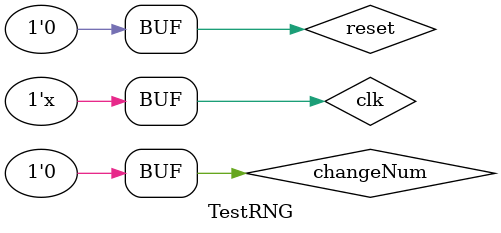
<source format=v>
`timescale 1ns / 1ps


module TestRNG;

	// Inputs
	reg clk;
	reg changeNum;
	reg reset;

	// Outputs
	wire [31:0] randNum;

	// Instantiate the Unit Under Test (UUT)
	RNG uut (
		.clk(clk), 
		.changeNum(changeNum),
		.reset(reset),
		.randNum(randNum)
	);

	always #5 clk = !clk;

	initial begin
		// Initialize Inputs
		clk = 0;
		changeNum = 0;
		reset = 0;

		// Wait 100 ns for global reset to finish
		#100;
        
		// Add stimulus here
#10;
changeNum = 1;
#10
changeNum = 0;
#10;
changeNum = 1;
#10
changeNum = 0;
#10;
changeNum = 1;
#10
changeNum = 0;
#10;
changeNum = 1;
#10
changeNum = 0;
#10;
changeNum = 1;
#10
changeNum = 0;
#10;
changeNum = 1;
#10
changeNum = 0;
#10;
changeNum = 1;
#10
changeNum = 0;
#10;
changeNum = 1;
#10
changeNum = 0;
#10;
changeNum = 1;
#10
changeNum = 0;
#10;
changeNum = 1;
#10
changeNum = 0;
#10;
changeNum = 1;
#10
changeNum = 0;
#10;
changeNum = 1;
#10
changeNum = 0;
#10;
changeNum = 1;
#10
changeNum = 0;

	end
      
endmodule


</source>
